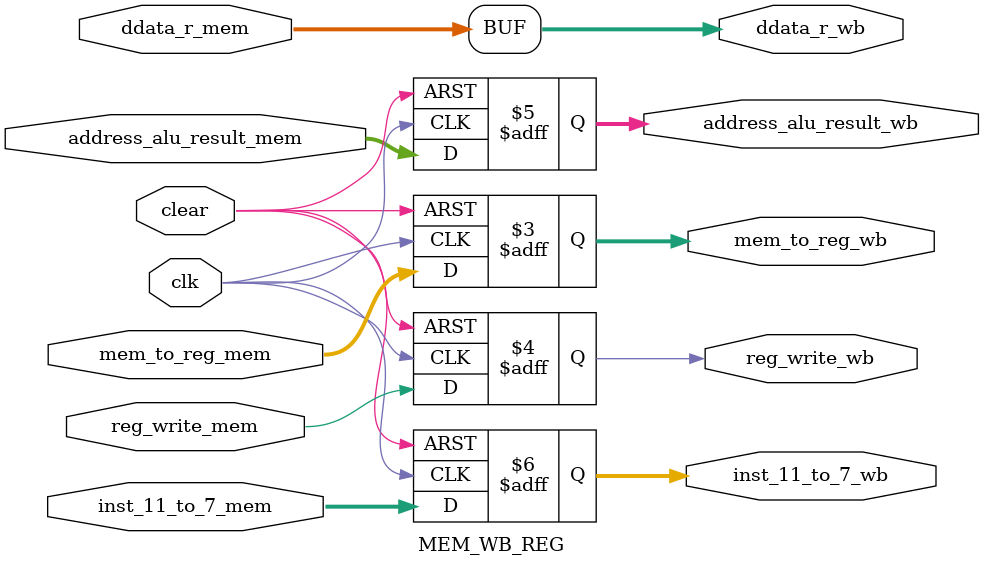
<source format=sv>
`ifndef MEM_WB_REG_GUARD
`define MEM_WB_REG_GUARD

module MEM_WB_REG #(parameter DATA_SIZE = 32) (
    input clk,
    input clear,
    input [1:0] mem_to_reg_mem,
    input reg_write_mem,
    input [DATA_SIZE-1:0] ddata_r_mem,
    input [DATA_SIZE-1:0] address_alu_result_mem,
    input [4:0] inst_11_to_7_mem,

    output reg [1:0] mem_to_reg_wb,
    output reg reg_write_wb,
    output [DATA_SIZE-1:0] ddata_r_wb,
    output reg [DATA_SIZE-1:0] address_alu_result_wb,
    output reg [4:0] inst_11_to_7_wb
);

always_ff @(posedge clk or posedge clear) begin
    if(clear == 1) begin
        mem_to_reg_wb <= 0;
        reg_write_wb <= 0;
        address_alu_result_wb <= 0;
        inst_11_to_7_wb <= 0;
    end else begin
        mem_to_reg_wb <= mem_to_reg_mem;
        reg_write_wb <= reg_write_mem;
        address_alu_result_wb <= address_alu_result_mem;
        inst_11_to_7_wb <= inst_11_to_7_mem;
    end    
end

assign ddata_r_wb = ddata_r_mem;

endmodule
`endif
</source>
